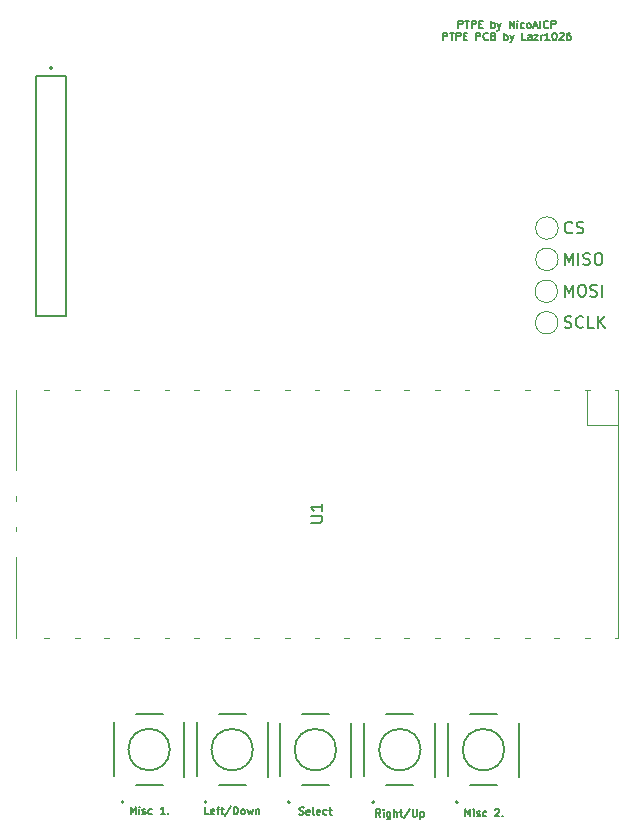
<source format=gbr>
%TF.GenerationSoftware,KiCad,Pcbnew,8.0.4*%
%TF.CreationDate,2024-08-30T14:46:51-07:00*%
%TF.ProjectId,ptpe_pcb,70747065-5f70-4636-922e-6b696361645f,rev?*%
%TF.SameCoordinates,Original*%
%TF.FileFunction,Legend,Top*%
%TF.FilePolarity,Positive*%
%FSLAX46Y46*%
G04 Gerber Fmt 4.6, Leading zero omitted, Abs format (unit mm)*
G04 Created by KiCad (PCBNEW 8.0.4) date 2024-08-30 14:46:51*
%MOMM*%
%LPD*%
G01*
G04 APERTURE LIST*
%ADD10C,0.150000*%
%ADD11C,0.120000*%
%ADD12C,0.200000*%
%ADD13C,0.127000*%
G04 APERTURE END LIST*
D10*
X147830820Y-57496297D02*
X147830820Y-56865654D01*
X147830820Y-56865654D02*
X148071065Y-56865654D01*
X148071065Y-56865654D02*
X148131126Y-56895685D01*
X148131126Y-56895685D02*
X148161156Y-56925715D01*
X148161156Y-56925715D02*
X148191187Y-56985777D01*
X148191187Y-56985777D02*
X148191187Y-57075868D01*
X148191187Y-57075868D02*
X148161156Y-57135930D01*
X148161156Y-57135930D02*
X148131126Y-57165960D01*
X148131126Y-57165960D02*
X148071065Y-57195991D01*
X148071065Y-57195991D02*
X147830820Y-57195991D01*
X148371371Y-56865654D02*
X148731738Y-56865654D01*
X148551554Y-57496297D02*
X148551554Y-56865654D01*
X148941953Y-57496297D02*
X148941953Y-56865654D01*
X148941953Y-56865654D02*
X149182198Y-56865654D01*
X149182198Y-56865654D02*
X149242259Y-56895685D01*
X149242259Y-56895685D02*
X149272289Y-56925715D01*
X149272289Y-56925715D02*
X149302320Y-56985777D01*
X149302320Y-56985777D02*
X149302320Y-57075868D01*
X149302320Y-57075868D02*
X149272289Y-57135930D01*
X149272289Y-57135930D02*
X149242259Y-57165960D01*
X149242259Y-57165960D02*
X149182198Y-57195991D01*
X149182198Y-57195991D02*
X148941953Y-57195991D01*
X149572596Y-57165960D02*
X149782810Y-57165960D01*
X149872902Y-57496297D02*
X149572596Y-57496297D01*
X149572596Y-57496297D02*
X149572596Y-56865654D01*
X149572596Y-56865654D02*
X149872902Y-56865654D01*
X150623668Y-57496297D02*
X150623668Y-56865654D01*
X150623668Y-57105899D02*
X150683729Y-57075868D01*
X150683729Y-57075868D02*
X150803851Y-57075868D01*
X150803851Y-57075868D02*
X150863913Y-57105899D01*
X150863913Y-57105899D02*
X150893943Y-57135930D01*
X150893943Y-57135930D02*
X150923974Y-57195991D01*
X150923974Y-57195991D02*
X150923974Y-57376175D01*
X150923974Y-57376175D02*
X150893943Y-57436236D01*
X150893943Y-57436236D02*
X150863913Y-57466267D01*
X150863913Y-57466267D02*
X150803851Y-57496297D01*
X150803851Y-57496297D02*
X150683729Y-57496297D01*
X150683729Y-57496297D02*
X150623668Y-57466267D01*
X151134188Y-57075868D02*
X151284341Y-57496297D01*
X151434495Y-57075868D02*
X151284341Y-57496297D01*
X151284341Y-57496297D02*
X151224280Y-57646450D01*
X151224280Y-57646450D02*
X151194250Y-57676481D01*
X151194250Y-57676481D02*
X151134188Y-57706511D01*
X152155230Y-57496297D02*
X152155230Y-56865654D01*
X152155230Y-56865654D02*
X152515597Y-57496297D01*
X152515597Y-57496297D02*
X152515597Y-56865654D01*
X152815904Y-57496297D02*
X152815904Y-57075868D01*
X152815904Y-56865654D02*
X152785873Y-56895685D01*
X152785873Y-56895685D02*
X152815904Y-56925715D01*
X152815904Y-56925715D02*
X152845934Y-56895685D01*
X152845934Y-56895685D02*
X152815904Y-56865654D01*
X152815904Y-56865654D02*
X152815904Y-56925715D01*
X153386485Y-57466267D02*
X153326424Y-57496297D01*
X153326424Y-57496297D02*
X153206301Y-57496297D01*
X153206301Y-57496297D02*
X153146240Y-57466267D01*
X153146240Y-57466267D02*
X153116210Y-57436236D01*
X153116210Y-57436236D02*
X153086179Y-57376175D01*
X153086179Y-57376175D02*
X153086179Y-57195991D01*
X153086179Y-57195991D02*
X153116210Y-57135930D01*
X153116210Y-57135930D02*
X153146240Y-57105899D01*
X153146240Y-57105899D02*
X153206301Y-57075868D01*
X153206301Y-57075868D02*
X153326424Y-57075868D01*
X153326424Y-57075868D02*
X153386485Y-57105899D01*
X153746852Y-57496297D02*
X153686791Y-57466267D01*
X153686791Y-57466267D02*
X153656761Y-57436236D01*
X153656761Y-57436236D02*
X153626730Y-57376175D01*
X153626730Y-57376175D02*
X153626730Y-57195991D01*
X153626730Y-57195991D02*
X153656761Y-57135930D01*
X153656761Y-57135930D02*
X153686791Y-57105899D01*
X153686791Y-57105899D02*
X153746852Y-57075868D01*
X153746852Y-57075868D02*
X153836944Y-57075868D01*
X153836944Y-57075868D02*
X153897006Y-57105899D01*
X153897006Y-57105899D02*
X153927036Y-57135930D01*
X153927036Y-57135930D02*
X153957067Y-57195991D01*
X153957067Y-57195991D02*
X153957067Y-57376175D01*
X153957067Y-57376175D02*
X153927036Y-57436236D01*
X153927036Y-57436236D02*
X153897006Y-57466267D01*
X153897006Y-57466267D02*
X153836944Y-57496297D01*
X153836944Y-57496297D02*
X153746852Y-57496297D01*
X154197312Y-57316113D02*
X154497618Y-57316113D01*
X154137251Y-57496297D02*
X154347465Y-56865654D01*
X154347465Y-56865654D02*
X154557679Y-57496297D01*
X154767894Y-57496297D02*
X154767894Y-56865654D01*
X155428567Y-57436236D02*
X155398536Y-57466267D01*
X155398536Y-57466267D02*
X155308445Y-57496297D01*
X155308445Y-57496297D02*
X155248383Y-57496297D01*
X155248383Y-57496297D02*
X155158291Y-57466267D01*
X155158291Y-57466267D02*
X155098230Y-57406205D01*
X155098230Y-57406205D02*
X155068200Y-57346144D01*
X155068200Y-57346144D02*
X155038169Y-57226022D01*
X155038169Y-57226022D02*
X155038169Y-57135930D01*
X155038169Y-57135930D02*
X155068200Y-57015807D01*
X155068200Y-57015807D02*
X155098230Y-56955746D01*
X155098230Y-56955746D02*
X155158291Y-56895685D01*
X155158291Y-56895685D02*
X155248383Y-56865654D01*
X155248383Y-56865654D02*
X155308445Y-56865654D01*
X155308445Y-56865654D02*
X155398536Y-56895685D01*
X155398536Y-56895685D02*
X155428567Y-56925715D01*
X155698843Y-57496297D02*
X155698843Y-56865654D01*
X155698843Y-56865654D02*
X155939088Y-56865654D01*
X155939088Y-56865654D02*
X155999149Y-56895685D01*
X155999149Y-56895685D02*
X156029179Y-56925715D01*
X156029179Y-56925715D02*
X156059210Y-56985777D01*
X156059210Y-56985777D02*
X156059210Y-57075868D01*
X156059210Y-57075868D02*
X156029179Y-57135930D01*
X156029179Y-57135930D02*
X155999149Y-57165960D01*
X155999149Y-57165960D02*
X155939088Y-57195991D01*
X155939088Y-57195991D02*
X155698843Y-57195991D01*
X146539504Y-58511597D02*
X146539504Y-57880954D01*
X146539504Y-57880954D02*
X146779749Y-57880954D01*
X146779749Y-57880954D02*
X146839810Y-57910985D01*
X146839810Y-57910985D02*
X146869840Y-57941015D01*
X146869840Y-57941015D02*
X146899871Y-58001077D01*
X146899871Y-58001077D02*
X146899871Y-58091168D01*
X146899871Y-58091168D02*
X146869840Y-58151230D01*
X146869840Y-58151230D02*
X146839810Y-58181260D01*
X146839810Y-58181260D02*
X146779749Y-58211291D01*
X146779749Y-58211291D02*
X146539504Y-58211291D01*
X147080055Y-57880954D02*
X147440422Y-57880954D01*
X147260238Y-58511597D02*
X147260238Y-57880954D01*
X147650637Y-58511597D02*
X147650637Y-57880954D01*
X147650637Y-57880954D02*
X147890882Y-57880954D01*
X147890882Y-57880954D02*
X147950943Y-57910985D01*
X147950943Y-57910985D02*
X147980973Y-57941015D01*
X147980973Y-57941015D02*
X148011004Y-58001077D01*
X148011004Y-58001077D02*
X148011004Y-58091168D01*
X148011004Y-58091168D02*
X147980973Y-58151230D01*
X147980973Y-58151230D02*
X147950943Y-58181260D01*
X147950943Y-58181260D02*
X147890882Y-58211291D01*
X147890882Y-58211291D02*
X147650637Y-58211291D01*
X148281280Y-58181260D02*
X148491494Y-58181260D01*
X148581586Y-58511597D02*
X148281280Y-58511597D01*
X148281280Y-58511597D02*
X148281280Y-57880954D01*
X148281280Y-57880954D02*
X148581586Y-57880954D01*
X149332352Y-58511597D02*
X149332352Y-57880954D01*
X149332352Y-57880954D02*
X149572597Y-57880954D01*
X149572597Y-57880954D02*
X149632658Y-57910985D01*
X149632658Y-57910985D02*
X149662688Y-57941015D01*
X149662688Y-57941015D02*
X149692719Y-58001077D01*
X149692719Y-58001077D02*
X149692719Y-58091168D01*
X149692719Y-58091168D02*
X149662688Y-58151230D01*
X149662688Y-58151230D02*
X149632658Y-58181260D01*
X149632658Y-58181260D02*
X149572597Y-58211291D01*
X149572597Y-58211291D02*
X149332352Y-58211291D01*
X150323362Y-58451536D02*
X150293331Y-58481567D01*
X150293331Y-58481567D02*
X150203240Y-58511597D01*
X150203240Y-58511597D02*
X150143178Y-58511597D01*
X150143178Y-58511597D02*
X150053086Y-58481567D01*
X150053086Y-58481567D02*
X149993025Y-58421505D01*
X149993025Y-58421505D02*
X149962995Y-58361444D01*
X149962995Y-58361444D02*
X149932964Y-58241322D01*
X149932964Y-58241322D02*
X149932964Y-58151230D01*
X149932964Y-58151230D02*
X149962995Y-58031107D01*
X149962995Y-58031107D02*
X149993025Y-57971046D01*
X149993025Y-57971046D02*
X150053086Y-57910985D01*
X150053086Y-57910985D02*
X150143178Y-57880954D01*
X150143178Y-57880954D02*
X150203240Y-57880954D01*
X150203240Y-57880954D02*
X150293331Y-57910985D01*
X150293331Y-57910985D02*
X150323362Y-57941015D01*
X150803852Y-58181260D02*
X150893944Y-58211291D01*
X150893944Y-58211291D02*
X150923974Y-58241322D01*
X150923974Y-58241322D02*
X150954005Y-58301383D01*
X150954005Y-58301383D02*
X150954005Y-58391475D01*
X150954005Y-58391475D02*
X150923974Y-58451536D01*
X150923974Y-58451536D02*
X150893944Y-58481567D01*
X150893944Y-58481567D02*
X150833883Y-58511597D01*
X150833883Y-58511597D02*
X150593638Y-58511597D01*
X150593638Y-58511597D02*
X150593638Y-57880954D01*
X150593638Y-57880954D02*
X150803852Y-57880954D01*
X150803852Y-57880954D02*
X150863913Y-57910985D01*
X150863913Y-57910985D02*
X150893944Y-57941015D01*
X150893944Y-57941015D02*
X150923974Y-58001077D01*
X150923974Y-58001077D02*
X150923974Y-58061138D01*
X150923974Y-58061138D02*
X150893944Y-58121199D01*
X150893944Y-58121199D02*
X150863913Y-58151230D01*
X150863913Y-58151230D02*
X150803852Y-58181260D01*
X150803852Y-58181260D02*
X150593638Y-58181260D01*
X151704771Y-58511597D02*
X151704771Y-57880954D01*
X151704771Y-58121199D02*
X151764832Y-58091168D01*
X151764832Y-58091168D02*
X151884954Y-58091168D01*
X151884954Y-58091168D02*
X151945016Y-58121199D01*
X151945016Y-58121199D02*
X151975046Y-58151230D01*
X151975046Y-58151230D02*
X152005077Y-58211291D01*
X152005077Y-58211291D02*
X152005077Y-58391475D01*
X152005077Y-58391475D02*
X151975046Y-58451536D01*
X151975046Y-58451536D02*
X151945016Y-58481567D01*
X151945016Y-58481567D02*
X151884954Y-58511597D01*
X151884954Y-58511597D02*
X151764832Y-58511597D01*
X151764832Y-58511597D02*
X151704771Y-58481567D01*
X152215291Y-58091168D02*
X152365444Y-58511597D01*
X152515598Y-58091168D02*
X152365444Y-58511597D01*
X152365444Y-58511597D02*
X152305383Y-58661750D01*
X152305383Y-58661750D02*
X152275353Y-58691781D01*
X152275353Y-58691781D02*
X152215291Y-58721811D01*
X153536639Y-58511597D02*
X153236333Y-58511597D01*
X153236333Y-58511597D02*
X153236333Y-57880954D01*
X154017129Y-58511597D02*
X154017129Y-58181260D01*
X154017129Y-58181260D02*
X153987099Y-58121199D01*
X153987099Y-58121199D02*
X153927037Y-58091168D01*
X153927037Y-58091168D02*
X153806915Y-58091168D01*
X153806915Y-58091168D02*
X153746854Y-58121199D01*
X154017129Y-58481567D02*
X153957068Y-58511597D01*
X153957068Y-58511597D02*
X153806915Y-58511597D01*
X153806915Y-58511597D02*
X153746854Y-58481567D01*
X153746854Y-58481567D02*
X153716823Y-58421505D01*
X153716823Y-58421505D02*
X153716823Y-58361444D01*
X153716823Y-58361444D02*
X153746854Y-58301383D01*
X153746854Y-58301383D02*
X153806915Y-58271352D01*
X153806915Y-58271352D02*
X153957068Y-58271352D01*
X153957068Y-58271352D02*
X154017129Y-58241322D01*
X154257374Y-58091168D02*
X154587711Y-58091168D01*
X154587711Y-58091168D02*
X154257374Y-58511597D01*
X154257374Y-58511597D02*
X154587711Y-58511597D01*
X154827957Y-58511597D02*
X154827957Y-58091168D01*
X154827957Y-58211291D02*
X154857987Y-58151230D01*
X154857987Y-58151230D02*
X154888018Y-58121199D01*
X154888018Y-58121199D02*
X154948079Y-58091168D01*
X154948079Y-58091168D02*
X155008140Y-58091168D01*
X155548691Y-58511597D02*
X155188324Y-58511597D01*
X155368508Y-58511597D02*
X155368508Y-57880954D01*
X155368508Y-57880954D02*
X155308446Y-57971046D01*
X155308446Y-57971046D02*
X155248385Y-58031107D01*
X155248385Y-58031107D02*
X155188324Y-58061138D01*
X155939089Y-57880954D02*
X155999150Y-57880954D01*
X155999150Y-57880954D02*
X156059212Y-57910985D01*
X156059212Y-57910985D02*
X156089242Y-57941015D01*
X156089242Y-57941015D02*
X156119273Y-58001077D01*
X156119273Y-58001077D02*
X156149303Y-58121199D01*
X156149303Y-58121199D02*
X156149303Y-58271352D01*
X156149303Y-58271352D02*
X156119273Y-58391475D01*
X156119273Y-58391475D02*
X156089242Y-58451536D01*
X156089242Y-58451536D02*
X156059212Y-58481567D01*
X156059212Y-58481567D02*
X155999150Y-58511597D01*
X155999150Y-58511597D02*
X155939089Y-58511597D01*
X155939089Y-58511597D02*
X155879028Y-58481567D01*
X155879028Y-58481567D02*
X155848997Y-58451536D01*
X155848997Y-58451536D02*
X155818967Y-58391475D01*
X155818967Y-58391475D02*
X155788936Y-58271352D01*
X155788936Y-58271352D02*
X155788936Y-58121199D01*
X155788936Y-58121199D02*
X155818967Y-58001077D01*
X155818967Y-58001077D02*
X155848997Y-57941015D01*
X155848997Y-57941015D02*
X155879028Y-57910985D01*
X155879028Y-57910985D02*
X155939089Y-57880954D01*
X156389548Y-57941015D02*
X156419579Y-57910985D01*
X156419579Y-57910985D02*
X156479640Y-57880954D01*
X156479640Y-57880954D02*
X156629793Y-57880954D01*
X156629793Y-57880954D02*
X156689854Y-57910985D01*
X156689854Y-57910985D02*
X156719885Y-57941015D01*
X156719885Y-57941015D02*
X156749915Y-58001077D01*
X156749915Y-58001077D02*
X156749915Y-58061138D01*
X156749915Y-58061138D02*
X156719885Y-58151230D01*
X156719885Y-58151230D02*
X156359517Y-58511597D01*
X156359517Y-58511597D02*
X156749915Y-58511597D01*
X157290466Y-57880954D02*
X157170344Y-57880954D01*
X157170344Y-57880954D02*
X157110282Y-57910985D01*
X157110282Y-57910985D02*
X157080252Y-57941015D01*
X157080252Y-57941015D02*
X157020191Y-58031107D01*
X157020191Y-58031107D02*
X156990160Y-58151230D01*
X156990160Y-58151230D02*
X156990160Y-58391475D01*
X156990160Y-58391475D02*
X157020191Y-58451536D01*
X157020191Y-58451536D02*
X157050221Y-58481567D01*
X157050221Y-58481567D02*
X157110282Y-58511597D01*
X157110282Y-58511597D02*
X157230405Y-58511597D01*
X157230405Y-58511597D02*
X157290466Y-58481567D01*
X157290466Y-58481567D02*
X157320497Y-58451536D01*
X157320497Y-58451536D02*
X157350527Y-58391475D01*
X157350527Y-58391475D02*
X157350527Y-58241322D01*
X157350527Y-58241322D02*
X157320497Y-58181260D01*
X157320497Y-58181260D02*
X157290466Y-58151230D01*
X157290466Y-58151230D02*
X157230405Y-58121199D01*
X157230405Y-58121199D02*
X157110282Y-58121199D01*
X157110282Y-58121199D02*
X157050221Y-58151230D01*
X157050221Y-58151230D02*
X157020191Y-58181260D01*
X157020191Y-58181260D02*
X156990160Y-58241322D01*
X156819524Y-82837200D02*
X156962381Y-82884819D01*
X156962381Y-82884819D02*
X157200476Y-82884819D01*
X157200476Y-82884819D02*
X157295714Y-82837200D01*
X157295714Y-82837200D02*
X157343333Y-82789580D01*
X157343333Y-82789580D02*
X157390952Y-82694342D01*
X157390952Y-82694342D02*
X157390952Y-82599104D01*
X157390952Y-82599104D02*
X157343333Y-82503866D01*
X157343333Y-82503866D02*
X157295714Y-82456247D01*
X157295714Y-82456247D02*
X157200476Y-82408628D01*
X157200476Y-82408628D02*
X157010000Y-82361009D01*
X157010000Y-82361009D02*
X156914762Y-82313390D01*
X156914762Y-82313390D02*
X156867143Y-82265771D01*
X156867143Y-82265771D02*
X156819524Y-82170533D01*
X156819524Y-82170533D02*
X156819524Y-82075295D01*
X156819524Y-82075295D02*
X156867143Y-81980057D01*
X156867143Y-81980057D02*
X156914762Y-81932438D01*
X156914762Y-81932438D02*
X157010000Y-81884819D01*
X157010000Y-81884819D02*
X157248095Y-81884819D01*
X157248095Y-81884819D02*
X157390952Y-81932438D01*
X158390952Y-82789580D02*
X158343333Y-82837200D01*
X158343333Y-82837200D02*
X158200476Y-82884819D01*
X158200476Y-82884819D02*
X158105238Y-82884819D01*
X158105238Y-82884819D02*
X157962381Y-82837200D01*
X157962381Y-82837200D02*
X157867143Y-82741961D01*
X157867143Y-82741961D02*
X157819524Y-82646723D01*
X157819524Y-82646723D02*
X157771905Y-82456247D01*
X157771905Y-82456247D02*
X157771905Y-82313390D01*
X157771905Y-82313390D02*
X157819524Y-82122914D01*
X157819524Y-82122914D02*
X157867143Y-82027676D01*
X157867143Y-82027676D02*
X157962381Y-81932438D01*
X157962381Y-81932438D02*
X158105238Y-81884819D01*
X158105238Y-81884819D02*
X158200476Y-81884819D01*
X158200476Y-81884819D02*
X158343333Y-81932438D01*
X158343333Y-81932438D02*
X158390952Y-81980057D01*
X159295714Y-82884819D02*
X158819524Y-82884819D01*
X158819524Y-82884819D02*
X158819524Y-81884819D01*
X159629048Y-82884819D02*
X159629048Y-81884819D01*
X160200476Y-82884819D02*
X159771905Y-82313390D01*
X160200476Y-81884819D02*
X159629048Y-82456247D01*
X156858572Y-80234819D02*
X156858572Y-79234819D01*
X156858572Y-79234819D02*
X157191905Y-79949104D01*
X157191905Y-79949104D02*
X157525238Y-79234819D01*
X157525238Y-79234819D02*
X157525238Y-80234819D01*
X158191905Y-79234819D02*
X158382381Y-79234819D01*
X158382381Y-79234819D02*
X158477619Y-79282438D01*
X158477619Y-79282438D02*
X158572857Y-79377676D01*
X158572857Y-79377676D02*
X158620476Y-79568152D01*
X158620476Y-79568152D02*
X158620476Y-79901485D01*
X158620476Y-79901485D02*
X158572857Y-80091961D01*
X158572857Y-80091961D02*
X158477619Y-80187200D01*
X158477619Y-80187200D02*
X158382381Y-80234819D01*
X158382381Y-80234819D02*
X158191905Y-80234819D01*
X158191905Y-80234819D02*
X158096667Y-80187200D01*
X158096667Y-80187200D02*
X158001429Y-80091961D01*
X158001429Y-80091961D02*
X157953810Y-79901485D01*
X157953810Y-79901485D02*
X157953810Y-79568152D01*
X157953810Y-79568152D02*
X158001429Y-79377676D01*
X158001429Y-79377676D02*
X158096667Y-79282438D01*
X158096667Y-79282438D02*
X158191905Y-79234819D01*
X159001429Y-80187200D02*
X159144286Y-80234819D01*
X159144286Y-80234819D02*
X159382381Y-80234819D01*
X159382381Y-80234819D02*
X159477619Y-80187200D01*
X159477619Y-80187200D02*
X159525238Y-80139580D01*
X159525238Y-80139580D02*
X159572857Y-80044342D01*
X159572857Y-80044342D02*
X159572857Y-79949104D01*
X159572857Y-79949104D02*
X159525238Y-79853866D01*
X159525238Y-79853866D02*
X159477619Y-79806247D01*
X159477619Y-79806247D02*
X159382381Y-79758628D01*
X159382381Y-79758628D02*
X159191905Y-79711009D01*
X159191905Y-79711009D02*
X159096667Y-79663390D01*
X159096667Y-79663390D02*
X159049048Y-79615771D01*
X159049048Y-79615771D02*
X159001429Y-79520533D01*
X159001429Y-79520533D02*
X159001429Y-79425295D01*
X159001429Y-79425295D02*
X159049048Y-79330057D01*
X159049048Y-79330057D02*
X159096667Y-79282438D01*
X159096667Y-79282438D02*
X159191905Y-79234819D01*
X159191905Y-79234819D02*
X159430000Y-79234819D01*
X159430000Y-79234819D02*
X159572857Y-79282438D01*
X160001429Y-80234819D02*
X160001429Y-79234819D01*
X156828572Y-77554819D02*
X156828572Y-76554819D01*
X156828572Y-76554819D02*
X157161905Y-77269104D01*
X157161905Y-77269104D02*
X157495238Y-76554819D01*
X157495238Y-76554819D02*
X157495238Y-77554819D01*
X157971429Y-77554819D02*
X157971429Y-76554819D01*
X158400000Y-77507200D02*
X158542857Y-77554819D01*
X158542857Y-77554819D02*
X158780952Y-77554819D01*
X158780952Y-77554819D02*
X158876190Y-77507200D01*
X158876190Y-77507200D02*
X158923809Y-77459580D01*
X158923809Y-77459580D02*
X158971428Y-77364342D01*
X158971428Y-77364342D02*
X158971428Y-77269104D01*
X158971428Y-77269104D02*
X158923809Y-77173866D01*
X158923809Y-77173866D02*
X158876190Y-77126247D01*
X158876190Y-77126247D02*
X158780952Y-77078628D01*
X158780952Y-77078628D02*
X158590476Y-77031009D01*
X158590476Y-77031009D02*
X158495238Y-76983390D01*
X158495238Y-76983390D02*
X158447619Y-76935771D01*
X158447619Y-76935771D02*
X158400000Y-76840533D01*
X158400000Y-76840533D02*
X158400000Y-76745295D01*
X158400000Y-76745295D02*
X158447619Y-76650057D01*
X158447619Y-76650057D02*
X158495238Y-76602438D01*
X158495238Y-76602438D02*
X158590476Y-76554819D01*
X158590476Y-76554819D02*
X158828571Y-76554819D01*
X158828571Y-76554819D02*
X158971428Y-76602438D01*
X159590476Y-76554819D02*
X159780952Y-76554819D01*
X159780952Y-76554819D02*
X159876190Y-76602438D01*
X159876190Y-76602438D02*
X159971428Y-76697676D01*
X159971428Y-76697676D02*
X160019047Y-76888152D01*
X160019047Y-76888152D02*
X160019047Y-77221485D01*
X160019047Y-77221485D02*
X159971428Y-77411961D01*
X159971428Y-77411961D02*
X159876190Y-77507200D01*
X159876190Y-77507200D02*
X159780952Y-77554819D01*
X159780952Y-77554819D02*
X159590476Y-77554819D01*
X159590476Y-77554819D02*
X159495238Y-77507200D01*
X159495238Y-77507200D02*
X159400000Y-77411961D01*
X159400000Y-77411961D02*
X159352381Y-77221485D01*
X159352381Y-77221485D02*
X159352381Y-76888152D01*
X159352381Y-76888152D02*
X159400000Y-76697676D01*
X159400000Y-76697676D02*
X159495238Y-76602438D01*
X159495238Y-76602438D02*
X159590476Y-76554819D01*
X157463333Y-74789580D02*
X157415714Y-74837200D01*
X157415714Y-74837200D02*
X157272857Y-74884819D01*
X157272857Y-74884819D02*
X157177619Y-74884819D01*
X157177619Y-74884819D02*
X157034762Y-74837200D01*
X157034762Y-74837200D02*
X156939524Y-74741961D01*
X156939524Y-74741961D02*
X156891905Y-74646723D01*
X156891905Y-74646723D02*
X156844286Y-74456247D01*
X156844286Y-74456247D02*
X156844286Y-74313390D01*
X156844286Y-74313390D02*
X156891905Y-74122914D01*
X156891905Y-74122914D02*
X156939524Y-74027676D01*
X156939524Y-74027676D02*
X157034762Y-73932438D01*
X157034762Y-73932438D02*
X157177619Y-73884819D01*
X157177619Y-73884819D02*
X157272857Y-73884819D01*
X157272857Y-73884819D02*
X157415714Y-73932438D01*
X157415714Y-73932438D02*
X157463333Y-73980057D01*
X157844286Y-74837200D02*
X157987143Y-74884819D01*
X157987143Y-74884819D02*
X158225238Y-74884819D01*
X158225238Y-74884819D02*
X158320476Y-74837200D01*
X158320476Y-74837200D02*
X158368095Y-74789580D01*
X158368095Y-74789580D02*
X158415714Y-74694342D01*
X158415714Y-74694342D02*
X158415714Y-74599104D01*
X158415714Y-74599104D02*
X158368095Y-74503866D01*
X158368095Y-74503866D02*
X158320476Y-74456247D01*
X158320476Y-74456247D02*
X158225238Y-74408628D01*
X158225238Y-74408628D02*
X158034762Y-74361009D01*
X158034762Y-74361009D02*
X157939524Y-74313390D01*
X157939524Y-74313390D02*
X157891905Y-74265771D01*
X157891905Y-74265771D02*
X157844286Y-74170533D01*
X157844286Y-74170533D02*
X157844286Y-74075295D01*
X157844286Y-74075295D02*
X157891905Y-73980057D01*
X157891905Y-73980057D02*
X157939524Y-73932438D01*
X157939524Y-73932438D02*
X158034762Y-73884819D01*
X158034762Y-73884819D02*
X158272857Y-73884819D01*
X158272857Y-73884819D02*
X158415714Y-73932438D01*
X135309819Y-99371904D02*
X136119342Y-99371904D01*
X136119342Y-99371904D02*
X136214580Y-99324285D01*
X136214580Y-99324285D02*
X136262200Y-99276666D01*
X136262200Y-99276666D02*
X136309819Y-99181428D01*
X136309819Y-99181428D02*
X136309819Y-98990952D01*
X136309819Y-98990952D02*
X136262200Y-98895714D01*
X136262200Y-98895714D02*
X136214580Y-98848095D01*
X136214580Y-98848095D02*
X136119342Y-98800476D01*
X136119342Y-98800476D02*
X135309819Y-98800476D01*
X136309819Y-97800476D02*
X136309819Y-98371904D01*
X136309819Y-98086190D02*
X135309819Y-98086190D01*
X135309819Y-98086190D02*
X135452676Y-98181428D01*
X135452676Y-98181428D02*
X135547914Y-98276666D01*
X135547914Y-98276666D02*
X135595533Y-98371904D01*
X148403393Y-124233947D02*
X148403393Y-123603304D01*
X148403393Y-123603304D02*
X148613607Y-124053763D01*
X148613607Y-124053763D02*
X148823821Y-123603304D01*
X148823821Y-123603304D02*
X148823821Y-124233947D01*
X149124128Y-124233947D02*
X149124128Y-123813518D01*
X149124128Y-123603304D02*
X149094097Y-123633335D01*
X149094097Y-123633335D02*
X149124128Y-123663365D01*
X149124128Y-123663365D02*
X149154158Y-123633335D01*
X149154158Y-123633335D02*
X149124128Y-123603304D01*
X149124128Y-123603304D02*
X149124128Y-123663365D01*
X149394403Y-124203917D02*
X149454464Y-124233947D01*
X149454464Y-124233947D02*
X149574587Y-124233947D01*
X149574587Y-124233947D02*
X149634648Y-124203917D01*
X149634648Y-124203917D02*
X149664679Y-124143855D01*
X149664679Y-124143855D02*
X149664679Y-124113825D01*
X149664679Y-124113825D02*
X149634648Y-124053763D01*
X149634648Y-124053763D02*
X149574587Y-124023733D01*
X149574587Y-124023733D02*
X149484495Y-124023733D01*
X149484495Y-124023733D02*
X149424434Y-123993702D01*
X149424434Y-123993702D02*
X149394403Y-123933641D01*
X149394403Y-123933641D02*
X149394403Y-123903610D01*
X149394403Y-123903610D02*
X149424434Y-123843549D01*
X149424434Y-123843549D02*
X149484495Y-123813518D01*
X149484495Y-123813518D02*
X149574587Y-123813518D01*
X149574587Y-123813518D02*
X149634648Y-123843549D01*
X150205230Y-124203917D02*
X150145169Y-124233947D01*
X150145169Y-124233947D02*
X150025046Y-124233947D01*
X150025046Y-124233947D02*
X149964985Y-124203917D01*
X149964985Y-124203917D02*
X149934955Y-124173886D01*
X149934955Y-124173886D02*
X149904924Y-124113825D01*
X149904924Y-124113825D02*
X149904924Y-123933641D01*
X149904924Y-123933641D02*
X149934955Y-123873580D01*
X149934955Y-123873580D02*
X149964985Y-123843549D01*
X149964985Y-123843549D02*
X150025046Y-123813518D01*
X150025046Y-123813518D02*
X150145169Y-123813518D01*
X150145169Y-123813518D02*
X150205230Y-123843549D01*
X150925965Y-123663365D02*
X150955996Y-123633335D01*
X150955996Y-123633335D02*
X151016057Y-123603304D01*
X151016057Y-123603304D02*
X151166210Y-123603304D01*
X151166210Y-123603304D02*
X151226271Y-123633335D01*
X151226271Y-123633335D02*
X151256302Y-123663365D01*
X151256302Y-123663365D02*
X151286332Y-123723427D01*
X151286332Y-123723427D02*
X151286332Y-123783488D01*
X151286332Y-123783488D02*
X151256302Y-123873580D01*
X151256302Y-123873580D02*
X150895934Y-124233947D01*
X150895934Y-124233947D02*
X151286332Y-124233947D01*
X151556608Y-124173886D02*
X151586638Y-124203917D01*
X151586638Y-124203917D02*
X151556608Y-124233947D01*
X151556608Y-124233947D02*
X151526577Y-124203917D01*
X151526577Y-124203917D02*
X151556608Y-124173886D01*
X151556608Y-124173886D02*
X151556608Y-124233947D01*
X134358638Y-124073917D02*
X134448730Y-124103947D01*
X134448730Y-124103947D02*
X134598883Y-124103947D01*
X134598883Y-124103947D02*
X134658944Y-124073917D01*
X134658944Y-124073917D02*
X134688975Y-124043886D01*
X134688975Y-124043886D02*
X134719005Y-123983825D01*
X134719005Y-123983825D02*
X134719005Y-123923763D01*
X134719005Y-123923763D02*
X134688975Y-123863702D01*
X134688975Y-123863702D02*
X134658944Y-123833672D01*
X134658944Y-123833672D02*
X134598883Y-123803641D01*
X134598883Y-123803641D02*
X134478760Y-123773610D01*
X134478760Y-123773610D02*
X134418699Y-123743580D01*
X134418699Y-123743580D02*
X134388669Y-123713549D01*
X134388669Y-123713549D02*
X134358638Y-123653488D01*
X134358638Y-123653488D02*
X134358638Y-123593427D01*
X134358638Y-123593427D02*
X134388669Y-123533365D01*
X134388669Y-123533365D02*
X134418699Y-123503335D01*
X134418699Y-123503335D02*
X134478760Y-123473304D01*
X134478760Y-123473304D02*
X134628914Y-123473304D01*
X134628914Y-123473304D02*
X134719005Y-123503335D01*
X135229526Y-124073917D02*
X135169464Y-124103947D01*
X135169464Y-124103947D02*
X135049342Y-124103947D01*
X135049342Y-124103947D02*
X134989281Y-124073917D01*
X134989281Y-124073917D02*
X134959250Y-124013855D01*
X134959250Y-124013855D02*
X134959250Y-123773610D01*
X134959250Y-123773610D02*
X134989281Y-123713549D01*
X134989281Y-123713549D02*
X135049342Y-123683518D01*
X135049342Y-123683518D02*
X135169464Y-123683518D01*
X135169464Y-123683518D02*
X135229526Y-123713549D01*
X135229526Y-123713549D02*
X135259556Y-123773610D01*
X135259556Y-123773610D02*
X135259556Y-123833672D01*
X135259556Y-123833672D02*
X134959250Y-123893733D01*
X135619923Y-124103947D02*
X135559862Y-124073917D01*
X135559862Y-124073917D02*
X135529832Y-124013855D01*
X135529832Y-124013855D02*
X135529832Y-123473304D01*
X136100414Y-124073917D02*
X136040352Y-124103947D01*
X136040352Y-124103947D02*
X135920230Y-124103947D01*
X135920230Y-124103947D02*
X135860169Y-124073917D01*
X135860169Y-124073917D02*
X135830138Y-124013855D01*
X135830138Y-124013855D02*
X135830138Y-123773610D01*
X135830138Y-123773610D02*
X135860169Y-123713549D01*
X135860169Y-123713549D02*
X135920230Y-123683518D01*
X135920230Y-123683518D02*
X136040352Y-123683518D01*
X136040352Y-123683518D02*
X136100414Y-123713549D01*
X136100414Y-123713549D02*
X136130444Y-123773610D01*
X136130444Y-123773610D02*
X136130444Y-123833672D01*
X136130444Y-123833672D02*
X135830138Y-123893733D01*
X136670995Y-124073917D02*
X136610934Y-124103947D01*
X136610934Y-124103947D02*
X136490811Y-124103947D01*
X136490811Y-124103947D02*
X136430750Y-124073917D01*
X136430750Y-124073917D02*
X136400720Y-124043886D01*
X136400720Y-124043886D02*
X136370689Y-123983825D01*
X136370689Y-123983825D02*
X136370689Y-123803641D01*
X136370689Y-123803641D02*
X136400720Y-123743580D01*
X136400720Y-123743580D02*
X136430750Y-123713549D01*
X136430750Y-123713549D02*
X136490811Y-123683518D01*
X136490811Y-123683518D02*
X136610934Y-123683518D01*
X136610934Y-123683518D02*
X136670995Y-123713549D01*
X136851179Y-123683518D02*
X137091424Y-123683518D01*
X136941271Y-123473304D02*
X136941271Y-124013855D01*
X136941271Y-124013855D02*
X136971301Y-124073917D01*
X136971301Y-124073917D02*
X137031362Y-124103947D01*
X137031362Y-124103947D02*
X137091424Y-124103947D01*
X141218315Y-124263947D02*
X141008101Y-123963641D01*
X140857948Y-124263947D02*
X140857948Y-123633304D01*
X140857948Y-123633304D02*
X141098193Y-123633304D01*
X141098193Y-123633304D02*
X141158254Y-123663335D01*
X141158254Y-123663335D02*
X141188284Y-123693365D01*
X141188284Y-123693365D02*
X141218315Y-123753427D01*
X141218315Y-123753427D02*
X141218315Y-123843518D01*
X141218315Y-123843518D02*
X141188284Y-123903580D01*
X141188284Y-123903580D02*
X141158254Y-123933610D01*
X141158254Y-123933610D02*
X141098193Y-123963641D01*
X141098193Y-123963641D02*
X140857948Y-123963641D01*
X141488591Y-124263947D02*
X141488591Y-123843518D01*
X141488591Y-123633304D02*
X141458560Y-123663335D01*
X141458560Y-123663335D02*
X141488591Y-123693365D01*
X141488591Y-123693365D02*
X141518621Y-123663335D01*
X141518621Y-123663335D02*
X141488591Y-123633304D01*
X141488591Y-123633304D02*
X141488591Y-123693365D01*
X142059172Y-123843518D02*
X142059172Y-124354039D01*
X142059172Y-124354039D02*
X142029142Y-124414100D01*
X142029142Y-124414100D02*
X141999111Y-124444131D01*
X141999111Y-124444131D02*
X141939050Y-124474161D01*
X141939050Y-124474161D02*
X141848958Y-124474161D01*
X141848958Y-124474161D02*
X141788897Y-124444131D01*
X142059172Y-124233917D02*
X141999111Y-124263947D01*
X141999111Y-124263947D02*
X141878988Y-124263947D01*
X141878988Y-124263947D02*
X141818927Y-124233917D01*
X141818927Y-124233917D02*
X141788897Y-124203886D01*
X141788897Y-124203886D02*
X141758866Y-124143825D01*
X141758866Y-124143825D02*
X141758866Y-123963641D01*
X141758866Y-123963641D02*
X141788897Y-123903580D01*
X141788897Y-123903580D02*
X141818927Y-123873549D01*
X141818927Y-123873549D02*
X141878988Y-123843518D01*
X141878988Y-123843518D02*
X141999111Y-123843518D01*
X141999111Y-123843518D02*
X142059172Y-123873549D01*
X142359479Y-124263947D02*
X142359479Y-123633304D01*
X142629754Y-124263947D02*
X142629754Y-123933610D01*
X142629754Y-123933610D02*
X142599724Y-123873549D01*
X142599724Y-123873549D02*
X142539662Y-123843518D01*
X142539662Y-123843518D02*
X142449570Y-123843518D01*
X142449570Y-123843518D02*
X142389509Y-123873549D01*
X142389509Y-123873549D02*
X142359479Y-123903580D01*
X142839969Y-123843518D02*
X143080214Y-123843518D01*
X142930061Y-123633304D02*
X142930061Y-124173855D01*
X142930061Y-124173855D02*
X142960091Y-124233917D01*
X142960091Y-124233917D02*
X143020152Y-124263947D01*
X143020152Y-124263947D02*
X143080214Y-124263947D01*
X143740887Y-123603274D02*
X143200336Y-124414100D01*
X143951102Y-123633304D02*
X143951102Y-124143825D01*
X143951102Y-124143825D02*
X143981132Y-124203886D01*
X143981132Y-124203886D02*
X144011163Y-124233917D01*
X144011163Y-124233917D02*
X144071224Y-124263947D01*
X144071224Y-124263947D02*
X144191347Y-124263947D01*
X144191347Y-124263947D02*
X144251408Y-124233917D01*
X144251408Y-124233917D02*
X144281438Y-124203886D01*
X144281438Y-124203886D02*
X144311469Y-124143825D01*
X144311469Y-124143825D02*
X144311469Y-123633304D01*
X144611776Y-123843518D02*
X144611776Y-124474161D01*
X144611776Y-123873549D02*
X144671837Y-123843518D01*
X144671837Y-123843518D02*
X144791959Y-123843518D01*
X144791959Y-123843518D02*
X144852021Y-123873549D01*
X144852021Y-123873549D02*
X144882051Y-123903580D01*
X144882051Y-123903580D02*
X144912082Y-123963641D01*
X144912082Y-123963641D02*
X144912082Y-124143825D01*
X144912082Y-124143825D02*
X144882051Y-124203886D01*
X144882051Y-124203886D02*
X144852021Y-124233917D01*
X144852021Y-124233917D02*
X144791959Y-124263947D01*
X144791959Y-124263947D02*
X144671837Y-124263947D01*
X144671837Y-124263947D02*
X144611776Y-124233917D01*
X126687979Y-124053947D02*
X126387673Y-124053947D01*
X126387673Y-124053947D02*
X126387673Y-123423304D01*
X127138439Y-124023917D02*
X127078377Y-124053947D01*
X127078377Y-124053947D02*
X126958255Y-124053947D01*
X126958255Y-124053947D02*
X126898194Y-124023917D01*
X126898194Y-124023917D02*
X126868163Y-123963855D01*
X126868163Y-123963855D02*
X126868163Y-123723610D01*
X126868163Y-123723610D02*
X126898194Y-123663549D01*
X126898194Y-123663549D02*
X126958255Y-123633518D01*
X126958255Y-123633518D02*
X127078377Y-123633518D01*
X127078377Y-123633518D02*
X127138439Y-123663549D01*
X127138439Y-123663549D02*
X127168469Y-123723610D01*
X127168469Y-123723610D02*
X127168469Y-123783672D01*
X127168469Y-123783672D02*
X126868163Y-123843733D01*
X127348653Y-123633518D02*
X127588898Y-123633518D01*
X127438745Y-124053947D02*
X127438745Y-123513396D01*
X127438745Y-123513396D02*
X127468775Y-123453335D01*
X127468775Y-123453335D02*
X127528836Y-123423304D01*
X127528836Y-123423304D02*
X127588898Y-123423304D01*
X127709020Y-123633518D02*
X127949265Y-123633518D01*
X127799112Y-123423304D02*
X127799112Y-123963855D01*
X127799112Y-123963855D02*
X127829142Y-124023917D01*
X127829142Y-124023917D02*
X127889203Y-124053947D01*
X127889203Y-124053947D02*
X127949265Y-124053947D01*
X128609938Y-123393274D02*
X128069387Y-124204100D01*
X128820153Y-124053947D02*
X128820153Y-123423304D01*
X128820153Y-123423304D02*
X128970306Y-123423304D01*
X128970306Y-123423304D02*
X129060398Y-123453335D01*
X129060398Y-123453335D02*
X129120459Y-123513396D01*
X129120459Y-123513396D02*
X129150489Y-123573457D01*
X129150489Y-123573457D02*
X129180520Y-123693580D01*
X129180520Y-123693580D02*
X129180520Y-123783672D01*
X129180520Y-123783672D02*
X129150489Y-123903794D01*
X129150489Y-123903794D02*
X129120459Y-123963855D01*
X129120459Y-123963855D02*
X129060398Y-124023917D01*
X129060398Y-124023917D02*
X128970306Y-124053947D01*
X128970306Y-124053947D02*
X128820153Y-124053947D01*
X129540887Y-124053947D02*
X129480826Y-124023917D01*
X129480826Y-124023917D02*
X129450796Y-123993886D01*
X129450796Y-123993886D02*
X129420765Y-123933825D01*
X129420765Y-123933825D02*
X129420765Y-123753641D01*
X129420765Y-123753641D02*
X129450796Y-123693580D01*
X129450796Y-123693580D02*
X129480826Y-123663549D01*
X129480826Y-123663549D02*
X129540887Y-123633518D01*
X129540887Y-123633518D02*
X129630979Y-123633518D01*
X129630979Y-123633518D02*
X129691041Y-123663549D01*
X129691041Y-123663549D02*
X129721071Y-123693580D01*
X129721071Y-123693580D02*
X129751102Y-123753641D01*
X129751102Y-123753641D02*
X129751102Y-123933825D01*
X129751102Y-123933825D02*
X129721071Y-123993886D01*
X129721071Y-123993886D02*
X129691041Y-124023917D01*
X129691041Y-124023917D02*
X129630979Y-124053947D01*
X129630979Y-124053947D02*
X129540887Y-124053947D01*
X129961316Y-123633518D02*
X130081439Y-124053947D01*
X130081439Y-124053947D02*
X130201561Y-123753641D01*
X130201561Y-123753641D02*
X130321684Y-124053947D01*
X130321684Y-124053947D02*
X130441806Y-123633518D01*
X130682052Y-123633518D02*
X130682052Y-124053947D01*
X130682052Y-123693580D02*
X130712082Y-123663549D01*
X130712082Y-123663549D02*
X130772143Y-123633518D01*
X130772143Y-123633518D02*
X130862235Y-123633518D01*
X130862235Y-123633518D02*
X130922297Y-123663549D01*
X130922297Y-123663549D02*
X130952327Y-123723610D01*
X130952327Y-123723610D02*
X130952327Y-124053947D01*
X120083393Y-124043947D02*
X120083393Y-123413304D01*
X120083393Y-123413304D02*
X120293607Y-123863763D01*
X120293607Y-123863763D02*
X120503821Y-123413304D01*
X120503821Y-123413304D02*
X120503821Y-124043947D01*
X120804128Y-124043947D02*
X120804128Y-123623518D01*
X120804128Y-123413304D02*
X120774097Y-123443335D01*
X120774097Y-123443335D02*
X120804128Y-123473365D01*
X120804128Y-123473365D02*
X120834158Y-123443335D01*
X120834158Y-123443335D02*
X120804128Y-123413304D01*
X120804128Y-123413304D02*
X120804128Y-123473365D01*
X121074403Y-124013917D02*
X121134464Y-124043947D01*
X121134464Y-124043947D02*
X121254587Y-124043947D01*
X121254587Y-124043947D02*
X121314648Y-124013917D01*
X121314648Y-124013917D02*
X121344679Y-123953855D01*
X121344679Y-123953855D02*
X121344679Y-123923825D01*
X121344679Y-123923825D02*
X121314648Y-123863763D01*
X121314648Y-123863763D02*
X121254587Y-123833733D01*
X121254587Y-123833733D02*
X121164495Y-123833733D01*
X121164495Y-123833733D02*
X121104434Y-123803702D01*
X121104434Y-123803702D02*
X121074403Y-123743641D01*
X121074403Y-123743641D02*
X121074403Y-123713610D01*
X121074403Y-123713610D02*
X121104434Y-123653549D01*
X121104434Y-123653549D02*
X121164495Y-123623518D01*
X121164495Y-123623518D02*
X121254587Y-123623518D01*
X121254587Y-123623518D02*
X121314648Y-123653549D01*
X121885230Y-124013917D02*
X121825169Y-124043947D01*
X121825169Y-124043947D02*
X121705046Y-124043947D01*
X121705046Y-124043947D02*
X121644985Y-124013917D01*
X121644985Y-124013917D02*
X121614955Y-123983886D01*
X121614955Y-123983886D02*
X121584924Y-123923825D01*
X121584924Y-123923825D02*
X121584924Y-123743641D01*
X121584924Y-123743641D02*
X121614955Y-123683580D01*
X121614955Y-123683580D02*
X121644985Y-123653549D01*
X121644985Y-123653549D02*
X121705046Y-123623518D01*
X121705046Y-123623518D02*
X121825169Y-123623518D01*
X121825169Y-123623518D02*
X121885230Y-123653549D01*
X122966332Y-124043947D02*
X122605965Y-124043947D01*
X122786149Y-124043947D02*
X122786149Y-123413304D01*
X122786149Y-123413304D02*
X122726087Y-123503396D01*
X122726087Y-123503396D02*
X122666026Y-123563457D01*
X122666026Y-123563457D02*
X122605965Y-123593488D01*
X123236608Y-123983886D02*
X123266638Y-124013917D01*
X123266638Y-124013917D02*
X123236608Y-124043947D01*
X123236608Y-124043947D02*
X123206577Y-124013917D01*
X123206577Y-124013917D02*
X123236608Y-123983886D01*
X123236608Y-123983886D02*
X123236608Y-124043947D01*
D11*
%TO.C,REF\u002A\u002A*%
X156250000Y-82450000D02*
G75*
G02*
X154350000Y-82450000I-950000J0D01*
G01*
X154350000Y-82450000D02*
G75*
G02*
X156250000Y-82450000I950000J0D01*
G01*
X156220000Y-79780000D02*
G75*
G02*
X154320000Y-79780000I-950000J0D01*
G01*
X154320000Y-79780000D02*
G75*
G02*
X156220000Y-79780000I950000J0D01*
G01*
X156270000Y-77080000D02*
G75*
G02*
X154370000Y-77080000I-950000J0D01*
G01*
X154370000Y-77080000D02*
G75*
G02*
X156270000Y-77080000I950000J0D01*
G01*
%TO.C,CS*%
X156270000Y-74430000D02*
G75*
G02*
X154370000Y-74430000I-950000J0D01*
G01*
X154370000Y-74430000D02*
G75*
G02*
X156270000Y-74430000I950000J0D01*
G01*
D12*
%TO.C,REF\u002A\u002A*%
X112070000Y-81842500D02*
X114610000Y-81842500D01*
X114610000Y-81842500D02*
X114610000Y-61522500D01*
X112070000Y-61522500D02*
X112070000Y-81842500D01*
X114610000Y-61522500D02*
X112070000Y-61522500D01*
X113440000Y-60882500D02*
G75*
G02*
X113240000Y-60882500I-100000J0D01*
G01*
X113240000Y-60882500D02*
G75*
G02*
X113440000Y-60882500I100000J0D01*
G01*
D11*
%TO.C,U1*%
X110355000Y-109110000D02*
X110355000Y-102310000D01*
X113155000Y-109110000D02*
X112755000Y-109110000D01*
X115755000Y-109110000D02*
X115355000Y-109110000D01*
X118255000Y-109110000D02*
X117855000Y-109110000D01*
X120755000Y-109110000D02*
X120355000Y-109110000D01*
X123355000Y-109110000D02*
X122955000Y-109110000D01*
X125855000Y-109110000D02*
X125455000Y-109110000D01*
X128455000Y-109110000D02*
X128055000Y-109110000D01*
X130955000Y-109110000D02*
X130555000Y-109110000D01*
X133555000Y-109110000D02*
X133155000Y-109110000D01*
X136055000Y-109110000D02*
X135655000Y-109110000D01*
X138555000Y-109110000D02*
X138155000Y-109110000D01*
X141155000Y-109110000D02*
X140755000Y-109110000D01*
X143655000Y-109110000D02*
X143255000Y-109110000D01*
X146255000Y-109110000D02*
X145855000Y-109110000D01*
X148755000Y-109110000D02*
X148355000Y-109110000D01*
X151255000Y-109110000D02*
X150855000Y-109110000D01*
X153855000Y-109110000D02*
X153455000Y-109110000D01*
X156355000Y-109110000D02*
X155955000Y-109110000D01*
X158955000Y-109110000D02*
X158555000Y-109110000D01*
X161355000Y-109110000D02*
X161055000Y-109110000D01*
X110355000Y-99710000D02*
X110355000Y-100110000D01*
X110355000Y-97110000D02*
X110355000Y-97510000D01*
X110355000Y-94910000D02*
X110355000Y-88110000D01*
X158688000Y-91117000D02*
X161355000Y-91117000D01*
X113155000Y-88110000D02*
X112755000Y-88110000D01*
X115755000Y-88110000D02*
X115355000Y-88110000D01*
X118255000Y-88110000D02*
X117855000Y-88110000D01*
X120755000Y-88110000D02*
X120355000Y-88110000D01*
X123355000Y-88110000D02*
X122955000Y-88110000D01*
X125855000Y-88110000D02*
X125455000Y-88110000D01*
X128455000Y-88110000D02*
X128055000Y-88110000D01*
X130955000Y-88110000D02*
X130555000Y-88110000D01*
X133555000Y-88110000D02*
X133155000Y-88110000D01*
X136055000Y-88110000D02*
X135655000Y-88110000D01*
X138555000Y-88110000D02*
X138155000Y-88110000D01*
X141155000Y-88110000D02*
X140755000Y-88110000D01*
X143655000Y-88110000D02*
X143255000Y-88110000D01*
X146255000Y-88110000D02*
X145855000Y-88110000D01*
X148755000Y-88110000D02*
X148355000Y-88110000D01*
X151255000Y-88110000D02*
X150855000Y-88110000D01*
X153855000Y-88110000D02*
X153455000Y-88110000D01*
X156355000Y-88110000D02*
X155955000Y-88110000D01*
X158688000Y-88110000D02*
X158688000Y-91117000D01*
X158955000Y-88110000D02*
X158555000Y-88110000D01*
X161355000Y-88110000D02*
X161355000Y-109110000D01*
X161355000Y-88110000D02*
X161055000Y-88110000D01*
D13*
%TO.C,Misc 2.*%
X148800000Y-121595000D02*
X151100000Y-121595000D01*
X146955000Y-120800000D02*
X146955000Y-116300000D01*
X152945000Y-116300000D02*
X152945000Y-120900000D01*
X148800000Y-115600000D02*
X151100000Y-115600000D01*
D12*
X147800000Y-123045000D02*
G75*
G02*
X147600000Y-123045000I-100000J0D01*
G01*
X147600000Y-123045000D02*
G75*
G02*
X147800000Y-123045000I100000J0D01*
G01*
D13*
X151705000Y-118600000D02*
G75*
G02*
X148195000Y-118600000I-1755000J0D01*
G01*
X148195000Y-118600000D02*
G75*
G02*
X151705000Y-118600000I1755000J0D01*
G01*
%TO.C,Select*%
X134570000Y-121595000D02*
X136870000Y-121595000D01*
X132725000Y-120800000D02*
X132725000Y-116300000D01*
X138715000Y-116300000D02*
X138715000Y-120900000D01*
X134570000Y-115600000D02*
X136870000Y-115600000D01*
D12*
X133570000Y-123045000D02*
G75*
G02*
X133370000Y-123045000I-100000J0D01*
G01*
X133370000Y-123045000D02*
G75*
G02*
X133570000Y-123045000I100000J0D01*
G01*
D13*
X137475000Y-118600000D02*
G75*
G02*
X133965000Y-118600000I-1755000J0D01*
G01*
X133965000Y-118600000D02*
G75*
G02*
X137475000Y-118600000I1755000J0D01*
G01*
%TO.C,Right/Up*%
X141720000Y-121595000D02*
X144020000Y-121595000D01*
X139875000Y-120800000D02*
X139875000Y-116300000D01*
X145865000Y-116300000D02*
X145865000Y-120900000D01*
X141720000Y-115600000D02*
X144020000Y-115600000D01*
D12*
X140720000Y-123045000D02*
G75*
G02*
X140520000Y-123045000I-100000J0D01*
G01*
X140520000Y-123045000D02*
G75*
G02*
X140720000Y-123045000I100000J0D01*
G01*
D13*
X144625000Y-118600000D02*
G75*
G02*
X141115000Y-118600000I-1755000J0D01*
G01*
X141115000Y-118600000D02*
G75*
G02*
X144625000Y-118600000I1755000J0D01*
G01*
%TO.C,Left/Down*%
X127520000Y-121590000D02*
X129820000Y-121590000D01*
X125675000Y-120795000D02*
X125675000Y-116295000D01*
X131665000Y-116295000D02*
X131665000Y-120895000D01*
X127520000Y-115595000D02*
X129820000Y-115595000D01*
D12*
X126520000Y-123040000D02*
G75*
G02*
X126320000Y-123040000I-100000J0D01*
G01*
X126320000Y-123040000D02*
G75*
G02*
X126520000Y-123040000I100000J0D01*
G01*
D13*
X130425000Y-118595000D02*
G75*
G02*
X126915000Y-118595000I-1755000J0D01*
G01*
X126915000Y-118595000D02*
G75*
G02*
X130425000Y-118595000I1755000J0D01*
G01*
%TO.C,Misc 1.*%
X120490000Y-121580000D02*
X122790000Y-121580000D01*
X118645000Y-120785000D02*
X118645000Y-116285000D01*
X124635000Y-116285000D02*
X124635000Y-120885000D01*
X120490000Y-115585000D02*
X122790000Y-115585000D01*
D12*
X119490000Y-123030000D02*
G75*
G02*
X119290000Y-123030000I-100000J0D01*
G01*
X119290000Y-123030000D02*
G75*
G02*
X119490000Y-123030000I100000J0D01*
G01*
D13*
X123395000Y-118585000D02*
G75*
G02*
X119885000Y-118585000I-1755000J0D01*
G01*
X119885000Y-118585000D02*
G75*
G02*
X123395000Y-118585000I1755000J0D01*
G01*
%TD*%
M02*

</source>
